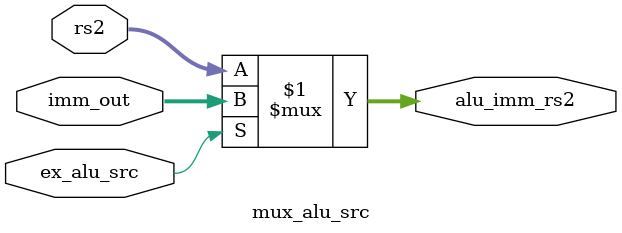
<source format=v>
module mux_alu_src (
    input  [31:0] rs2,
    input  [31:0] imm_out,
    input         ex_alu_src,      // 0 ? take rs2, 1 ? take imm
    output [31:0] alu_imm_rs2
);
    assign alu_imm_rs2 = (ex_alu_src) ? imm_out : rs2;
endmodule


</source>
